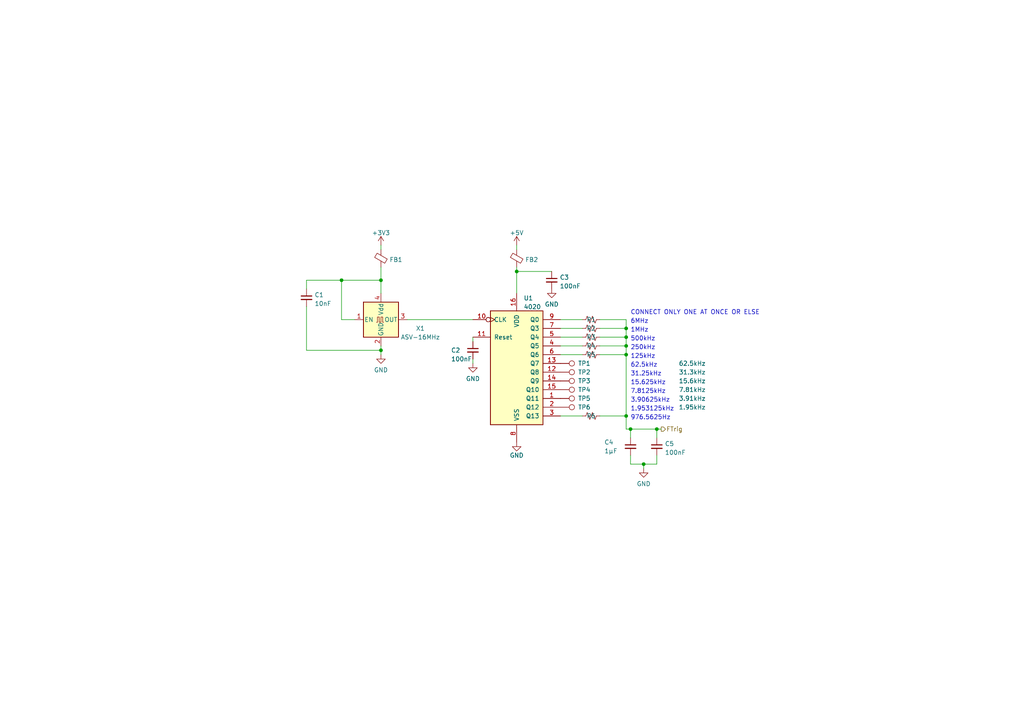
<source format=kicad_sch>
(kicad_sch (version 20211123) (generator eeschema)
  (paper "A4")
  (title_block (title "Peregrine - Fast Pulse Generator") (date "2022-05-29") (rev "5") (company "QuarterWave Engineering") (comment 1 "Days since last bite: 2") (comment 3 "(I don't bite. Usually. Don't be afraid to reach out.)") (comment 4 "[Designed with <3 in San Diego - Licensed under MIT License]"))
  (lib_symbols
    (symbol "4xxx:4020" (pin_names (offset 1.016))
      (property "Reference" "U" (at -7.62 16.51 0))
      (property "Value" "4020" (at -7.62 -19.05 0))
      (symbol "4020_1_0"
        (pin output line (at 12.7 -10.16 180) (length 5.08) (name "Q11") (number "1"))
        (pin input inverted_clock (at -12.7 12.7 0) (length 5.08) (name "CLK") (number "10"))
        (pin input line (at -12.7 7.62 0) (length 5.08) (name "Reset") (number "11"))
        (pin output line (at 12.7 -2.54 180) (length 5.08) (name "Q8") (number "12"))
        (pin output line (at 12.7 0 180) (length 5.08) (name "Q7") (number "13"))
        (pin output line (at 12.7 -5.08 180) (length 5.08) (name "Q9") (number "14"))
        (pin output line (at 12.7 -7.62 180) (length 5.08) (name "Q10") (number "15"))
        (pin power_in line (at 0 20.32 270) (length 5.08) (name "VDD") (number "16"))
        (pin output line (at 12.7 -12.7 180) (length 5.08) (name "Q12") (number "2"))
        (pin output line (at 12.7 -15.24 180) (length 5.08) (name "Q13") (number "3"))
        (pin output line (at 12.7 5.08 180) (length 5.08) (name "Q5") (number "4"))
        (pin output line (at 12.7 7.62 180) (length 5.08) (name "Q4") (number "5"))
        (pin output line (at 12.7 2.54 180) (length 5.08) (name "Q6") (number "6"))
        (pin output line (at 12.7 10.16 180) (length 5.08) (name "Q3") (number "7"))
        (pin power_in line (at 0 -22.86 90) (length 5.08) (name "VSS") (number "8"))
        (pin output line (at 12.7 12.7 180) (length 5.08) (name "Q0") (number "9"))
      )
      (symbol "4020_1_1"
        (rectangle (start -7.62 15.24) (end 7.62 -17.78) (stroke (width 0.254)) (fill (type background)))
      )
    )
    (symbol "Connector:TestPoint" (pin_numbers hide) (pin_names (offset 0.762) hide)
      (property "Reference" "TP" (at 0 6.858 0))
      (property "Value" "TestPoint" (at 0 5.08 0))
      (symbol "TestPoint_0_1"
        (circle (center 0 3.302) (radius 0.762))
      )
      (symbol "TestPoint_1_1"
        (pin passive line (at 0 0 90) (length 2.54) (name "1") (number "1"))
      )
    )
    (symbol "Device:C_Small" (pin_numbers hide) (pin_names (offset 0.254) hide)
      (property "Reference" "C" (at 0.254 1.778 0))
      (property "Value" "C_Small" (at 0.254 -2.032 0))
      (symbol "C_Small_0_1"
        (polyline (pts (xy -1.524 -0.508) (xy 1.524 -0.508)) (stroke (width 0.3302)))
        (polyline (pts (xy -1.524 0.508) (xy 1.524 0.508)) (stroke (width 0.3048)))
      )
      (symbol "C_Small_1_1"
        (pin passive line (at 0 2.54 270) (length 2.032) (name "~") (number "1"))
        (pin passive line (at 0 -2.54 90) (length 2.032) (name "~") (number "2"))
      )
    )
    (symbol "Device:FerriteBead_Small" (pin_numbers hide) (pin_names (offset 0))
      (property "Reference" "FB" (at 1.905 1.27 0))
      (property "Value" "FerriteBead_Small" (at 1.905 -1.27 0))
      (symbol "FerriteBead_Small_0_1"
        (polyline (pts (xy 0 -1.27) (xy 0 -0.7874)))
        (polyline (pts (xy 0 0.889) (xy 0 1.2954)))
        (polyline (pts (xy -1.8288 0.2794) (xy -1.1176 1.4986) (xy 1.8288 -0.2032) (xy 1.1176 -1.4224) (xy -1.8288 0.2794)))
      )
      (symbol "FerriteBead_Small_1_1"
        (pin passive line (at 0 2.54 270) (length 1.27) (name "~") (number "1"))
        (pin passive line (at 0 -2.54 90) (length 1.27) (name "~") (number "2"))
      )
    )
    (symbol "Device:R_Small_US" (pin_numbers hide) (pin_names (offset 0.254) hide)
      (property "Reference" "R" (at 0.762 0.508 0))
      (property "Value" "R_Small_US" (at 0.762 -1.016 0))
      (symbol "R_Small_US_1_1"
        (polyline (pts (xy 0 0) (xy 1.016 -0.381) (xy 0 -0.762) (xy -1.016 -1.143) (xy 0 -1.524)))
        (polyline (pts (xy 0 1.524) (xy 1.016 1.143) (xy 0 0.762) (xy -1.016 0.381) (xy 0 0)))
        (pin passive line (at 0 2.54 270) (length 1.016) (name "~") (number "1"))
        (pin passive line (at 0 -2.54 90) (length 1.016) (name "~") (number "2"))
      )
    )
    (symbol "Oscillator:ASV-xxxMHz" (pin_names (offset 0.254))
      (property "Reference" "X" (at -5.08 6.35 0))
      (property "Value" "ASV-xxxMHz" (at 1.27 -6.35 0))
      (symbol "ASV-xxxMHz_0_1"
        (rectangle (start -5.08 5.08) (end 5.08 -5.08) (stroke (width 0.254)) (fill (type background)))
        (polyline (pts (xy -1.27 -0.762) (xy -1.016 -0.762) (xy -1.016 0.762) (xy -0.508 0.762) (xy -0.508 -0.762) (xy 0 -0.762) (xy 0 0.762) (xy 0.508 0.762) (xy 0.508 -0.762) (xy 0.762 -0.762)))
      )
      (symbol "ASV-xxxMHz_1_1"
        (pin input line (at -7.62 0 0) (length 2.54) (name "EN") (number "1"))
        (pin power_in line (at 0 -7.62 90) (length 2.54) (name "GND") (number "2"))
        (pin output line (at 7.62 0 180) (length 2.54) (name "OUT") (number "3"))
        (pin power_in line (at 0 7.62 270) (length 2.54) (name "Vdd") (number "4"))
      )
    )
    (symbol "power:+3.3V" (power) (pin_names (offset 0))
      (property "Value" "+3.3V" (at 0 3.556 0))
      (symbol "+3.3V_0_1"
        (polyline (pts (xy -0.762 1.27) (xy 0 2.54)))
        (polyline (pts (xy 0 0) (xy 0 2.54)))
        (polyline (pts (xy 0 2.54) (xy 0.762 1.27)))
      )
      (symbol "+3.3V_1_1"
        (pin power_in line (at 0 0 90) (length 0) hide (name "+3V3") (number "1"))
      )
    )
    (symbol "power:+5V" (power) (pin_names (offset 0))
      (property "Value" "+5V" (at 0 3.556 0))
      (symbol "+5V_0_1"
        (polyline (pts (xy -0.762 1.27) (xy 0 2.54)))
        (polyline (pts (xy 0 0) (xy 0 2.54)))
        (polyline (pts (xy 0 2.54) (xy 0.762 1.27)))
      )
      (symbol "+5V_1_1"
        (pin power_in line (at 0 0 90) (length 0) hide (name "+5V") (number "1"))
      )
    )
    (symbol "power:GND" (power) (pin_names (offset 0))
      (property "Value" "GND" (at 0 -3.81 0))
      (symbol "GND_0_1"
        (polyline (pts (xy 0 0) (xy 0 -1.27) (xy 1.27 -1.27) (xy 0 -2.54) (xy -1.27 -1.27) (xy 0 -1.27)))
      )
      (symbol "GND_1_1"
        (pin power_in line (at 0 0 270) (length 0) hide (name "GND") (number "1"))
      )
    )
  )
  (junction (at 181.61 95.25))
  (junction (at 186.69 134.62))
  (junction (at 99.06 81.28))
  (junction (at 181.61 100.33))
  (junction (at 182.88 124.46))
  (junction (at 110.49 81.28))
  (junction (at 181.61 120.65))
  (junction (at 149.86 78.74))
  (junction (at 181.61 102.87))
  (junction (at 190.5 124.46))
  (junction (at 110.49 101.6))
  (junction (at 181.61 97.79))
  (wire (pts (xy 181.61 100.33) (xy 181.61 102.87)))
  (wire (pts (xy 168.91 97.79) (xy 162.56 97.79)))
  (wire (pts (xy 182.88 127) (xy 182.88 124.46)))
  (wire (pts (xy 99.06 81.28) (xy 110.49 81.28)))
  (wire (pts (xy 186.69 134.62) (xy 190.5 134.62)))
  (wire (pts (xy 182.88 134.62) (xy 186.69 134.62)))
  (wire (pts (xy 137.16 97.79) (xy 137.16 99.06)))
  (wire (pts (xy 168.91 120.65) (xy 162.56 120.65)))
  (wire (pts (xy 173.99 97.79) (xy 181.61 97.79)))
  (wire (pts (xy 181.61 124.46) (xy 181.61 120.65)))
  (wire (pts (xy 110.49 101.6) (xy 110.49 100.33)))
  (wire (pts (xy 110.49 81.28) (xy 110.49 85.09)))
  (wire (pts (xy 110.49 77.47) (xy 110.49 81.28)))
  (wire (pts (xy 181.61 97.79) (xy 181.61 100.33)))
  (wire (pts (xy 88.9 101.6) (xy 110.49 101.6)))
  (wire (pts (xy 182.88 134.62) (xy 182.88 132.08)))
  (wire (pts (xy 168.91 95.25) (xy 162.56 95.25)))
  (wire (pts (xy 102.87 92.71) (xy 99.06 92.71)))
  (wire (pts (xy 110.49 71.12) (xy 110.49 72.39)))
  (wire (pts (xy 173.99 102.87) (xy 181.61 102.87)))
  (wire (pts (xy 118.11 92.71) (xy 137.16 92.71)))
  (wire (pts (xy 88.9 81.28) (xy 88.9 83.82)))
  (wire (pts (xy 149.86 78.74) (xy 160.02 78.74)))
  (wire (pts (xy 190.5 124.46) (xy 191.77 124.46)))
  (wire (pts (xy 168.91 102.87) (xy 162.56 102.87)))
  (wire (pts (xy 149.86 71.12) (xy 149.86 72.39)))
  (wire (pts (xy 186.69 134.62) (xy 186.69 135.89)))
  (wire (pts (xy 190.5 124.46) (xy 190.5 127)))
  (wire (pts (xy 181.61 95.25) (xy 181.61 97.79)))
  (wire (pts (xy 173.99 95.25) (xy 181.61 95.25)))
  (wire (pts (xy 110.49 102.87) (xy 110.49 101.6)))
  (wire (pts (xy 149.86 78.74) (xy 149.86 85.09)))
  (wire (pts (xy 173.99 92.71) (xy 181.61 92.71)))
  (wire (pts (xy 182.88 124.46) (xy 181.61 124.46)))
  (wire (pts (xy 182.88 124.46) (xy 190.5 124.46)))
  (wire (pts (xy 99.06 92.71) (xy 99.06 81.28)))
  (wire (pts (xy 190.5 134.62) (xy 190.5 132.08)))
  (wire (pts (xy 181.61 92.71) (xy 181.61 95.25)))
  (wire (pts (xy 149.86 77.47) (xy 149.86 78.74)))
  (wire (pts (xy 168.91 92.71) (xy 162.56 92.71)))
  (wire (pts (xy 88.9 81.28) (xy 99.06 81.28)))
  (wire (pts (xy 168.91 100.33) (xy 162.56 100.33)))
  (wire (pts (xy 173.99 100.33) (xy 181.61 100.33)))
  (wire (pts (xy 137.16 104.14) (xy 137.16 105.41)))
  (wire (pts (xy 181.61 102.87) (xy 181.61 120.65)))
  (wire (pts (xy 88.9 88.9) (xy 88.9 101.6)))
  (wire (pts (xy 173.99 120.65) (xy 181.61 120.65)))
  (text "1.953125kHz" (at 182.88 119.38 0) (effects (font (size 1.27 1.27)) (justify left bottom)))
  (text "3.90625kHz" (at 182.88 116.84 0) (effects (font (size 1.27 1.27)) (justify left bottom)))
  (text "31.25kHz" (at 182.88 109.22 0) (effects (font (size 1.27 1.27)) (justify left bottom)))
  (text "500kHz" (at 182.88 99.06 0) (effects (font (size 1.27 1.27)) (justify left bottom)))
  (text "CONNECT ONLY ONE AT ONCE OR ELSE" (at 182.88 91.44 0) (effects (font (size 1.27 1.27)) (justify left bottom)))
  (text "250kHz" (at 182.88 101.6 0) (effects (font (size 1.27 1.27)) (justify left bottom)))
  (text "15.625kHz" (at 182.88 111.76 0) (effects (font (size 1.27 1.27)) (justify left bottom)))
  (text "976.5625Hz" (at 182.88 121.92 0) (effects (font (size 1.27 1.27)) (justify left bottom)))
  (text "125kHz" (at 182.88 104.14 0) (effects (font (size 1.27 1.27)) (justify left bottom)))
  (text "62.5kHz" (at 182.88 106.68 0) (effects (font (size 1.27 1.27)) (justify left bottom)))
  (text "7.8125kHz" (at 182.88 114.3 0) (effects (font (size 1.27 1.27)) (justify left bottom)))
  (text "6MHz" (at 182.88 93.98 0) (effects (font (size 1.27 1.27)) (justify left bottom)))
  (text "1MHz" (at 182.88 96.52 0) (effects (font (size 1.27 1.27)) (justify left bottom)))
  (hierarchical_label "FTrig" (shape output) (at 191.77 124.46 0))
  (symbol (lib_id "Device:C_Small") (at 190.5 129.54 0) (unit 1)
    (property "Reference" "C5" (at 192.8241 128.7116 0) (effects (justify left)))
    (property "Value" "100nF" (at 192.8241 131.2485 0) (effects (justify left)))
    (property "Footprint" "Capacitor_SMD:C_0603_1608Metric_Pad1.08x0.95mm_HandSolder" (effects hide))
  )
  (symbol (lib_id "power:GND") (at 160.02 83.82 0) (unit 1)
    (property "Reference" "#PWR010" (effects hide))
    (property "Value" "GND" (at 160.02 88.2634 0))
  )
  (symbol (lib_id "Oscillator:ASV-xxxMHz") (at 110.49 92.71 0) (unit 1)
    (property "Reference" "X1" (at 121.92 95.25 0))
    (property "Value" "ASV-16MHz" (at 121.92 97.79 0))
    (property "Footprint" "Oscillator:Oscillator_SMD_Abracon_ASV-4Pin_7.0x5.1mm" (effects hide))
    (property "Datasheet" "http://www.abracon.com/Oscillators/ASV.pdf" (effects hide))
  )
  (symbol (lib_id "Connector:TestPoint") (at 162.56 115.57 270) (unit 1)
    (property "Reference" "TP5" (at 167.64 115.57 90) (effects (justify left)))
    (property "Value" "3.91kHz" (at 196.85 115.57 90) (effects (justify left)))
    (property "Footprint" "TestPoint:TestPoint_Pad_D1.0mm" (effects hide))
  )
  (symbol (lib_id "Device:FerriteBead_Small") (at 110.49 74.93 0) (unit 1)
    (property "Reference" "FB1" (at 112.9538 75.3257 0) (effects (justify left)))
    (property "Value" "FerriteBead_Small" (effects hide))
    (property "Footprint" "Inductor_SMD:L_0603_1608Metric_Pad1.05x0.95mm_HandSolder" (effects hide))
  )
  (symbol (lib_id "Device:R_Small_US") (at 171.45 100.33 270) (unit 1)
    (property "Reference" "R4" (at 171.45 100.33 90))
    (property "Value" "0" (effects hide))
    (property "Footprint" "Resistor_SMD:R_0402_1005Metric_Pad0.72x0.64mm_HandSolder" (effects hide))
  )
  (symbol (lib_id "Connector:TestPoint") (at 162.56 105.41 270) (unit 1)
    (property "Reference" "TP1" (at 167.64 105.41 90) (effects (justify left)))
    (property "Value" "62.5kHz" (at 196.85 105.41 90) (effects (justify left)))
    (property "Footprint" "TestPoint:TestPoint_Pad_D1.0mm" (effects hide))
  )
  (symbol (lib_id "Device:C_Small") (at 137.16 101.6 0) (unit 1)
    (property "Reference" "C2" (at 130.81 101.6031 0) (effects (justify left)))
    (property "Value" "100nF" (at 130.81 104.14 0) (effects (justify left)))
    (property "Footprint" "Capacitor_SMD:C_0603_1608Metric_Pad1.08x0.95mm_HandSolder" (effects hide))
  )
  (symbol (lib_id "power:+5V") (at 149.86 71.12 0) (unit 1)
    (property "Reference" "#PWR08" (effects hide))
    (property "Value" "+5V" (at 149.86 67.5442 0))
  )
  (symbol (lib_id "Device:R_Small_US") (at 171.45 120.65 270) (unit 1)
    (property "Reference" "R6" (at 171.45 120.65 90))
    (property "Value" "0" (effects hide))
    (property "Footprint" "Resistor_SMD:R_0402_1005Metric_Pad0.72x0.64mm_HandSolder" (effects hide))
  )
  (symbol (lib_id "Connector:TestPoint") (at 162.56 107.95 270) (unit 1)
    (property "Reference" "TP2" (at 167.64 107.95 90) (effects (justify left)))
    (property "Value" "31.3kHz" (at 196.85 107.95 90) (effects (justify left)))
    (property "Footprint" "TestPoint:TestPoint_Pad_D1.0mm" (effects hide))
  )
  (symbol (lib_id "power:GND") (at 110.49 102.87 0) (unit 1)
    (property "Reference" "#PWR06" (effects hide))
    (property "Value" "GND" (at 110.49 107.3134 0))
  )
  (symbol (lib_id "4xxx:4020") (at 149.86 105.41 0) (unit 1)
    (property "Reference" "U1" (at 151.8794 86.4702 0) (effects (justify left)))
    (property "Value" "4020" (at 151.8794 89.0071 0) (effects (justify left)))
    (property "Footprint" "Package_SO:TSSOP-16_4.4x5mm_P0.65mm" (effects hide))
    (property "Datasheet" "http://www.intersil.com/content/dam/Intersil/documents/cd40/cd4020bms-24bms-40bms.pdf" (effects hide))
  )
  (symbol (lib_id "Device:R_Small_US") (at 171.45 95.25 270) (unit 1)
    (property "Reference" "R2" (at 171.45 95.25 90))
    (property "Value" "0" (effects hide))
    (property "Footprint" "Resistor_SMD:R_0402_1005Metric_Pad0.72x0.64mm_HandSolder" (effects hide))
  )
  (symbol (lib_id "Device:FerriteBead_Small") (at 149.86 74.93 0) (unit 1)
    (property "Reference" "FB2" (at 152.3238 75.3257 0) (effects (justify left)))
    (property "Value" "FerriteBead_Small" (effects hide))
    (property "Footprint" "Inductor_SMD:L_0603_1608Metric_Pad1.05x0.95mm_HandSolder" (effects hide))
  )
  (symbol (lib_id "Device:R_Small_US") (at 171.45 97.79 270) (unit 1)
    (property "Reference" "R3" (at 171.45 97.79 90))
    (property "Value" "0" (effects hide))
    (property "Footprint" "Resistor_SMD:R_0402_1005Metric_Pad0.72x0.64mm_HandSolder" (effects hide))
  )
  (symbol (lib_id "Device:C_Small") (at 182.88 129.54 0) (unit 1)
    (property "Reference" "C4" (at 175.26 128.27 0) (effects (justify left)))
    (property "Value" "1μF" (at 175.26 130.81 0) (effects (justify left)))
    (property "Footprint" "Capacitor_SMD:C_0603_1608Metric_Pad1.08x0.95mm_HandSolder" (effects hide))
  )
  (symbol (lib_id "Connector:TestPoint") (at 162.56 118.11 270) (unit 1)
    (property "Reference" "TP6" (at 167.64 118.11 90) (effects (justify left)))
    (property "Value" "1.95kHz" (at 196.85 118.11 90) (effects (justify left)))
    (property "Footprint" "TestPoint:TestPoint_Pad_D1.0mm" (effects hide))
  )
  (symbol (lib_id "Device:C_Small") (at 160.02 81.28 0) (unit 1)
    (property "Reference" "C3" (at 162.3441 80.4516 0) (effects (justify left)))
    (property "Value" "100nF" (at 162.3441 82.9885 0) (effects (justify left)))
    (property "Footprint" "Capacitor_SMD:C_0603_1608Metric_Pad1.08x0.95mm_HandSolder" (effects hide))
  )
  (symbol (lib_id "Connector:TestPoint") (at 162.56 110.49 270) (unit 1)
    (property "Reference" "TP3" (at 167.64 110.49 90) (effects (justify left)))
    (property "Value" "15.6kHz" (at 196.85 110.49 90) (effects (justify left)))
    (property "Footprint" "TestPoint:TestPoint_Pad_D1.0mm" (effects hide))
  )
  (symbol (lib_id "power:GND") (at 149.86 128.27 0) (unit 1)
    (property "Reference" "#PWR09" (effects hide))
    (property "Value" "GND" (at 149.86 132.08 0))
  )
  (symbol (lib_id "Device:R_Small_US") (at 171.45 102.87 270) (unit 1)
    (property "Reference" "R5" (at 171.45 102.87 90))
    (property "Value" "0" (effects hide))
    (property "Footprint" "Resistor_SMD:R_0402_1005Metric_Pad0.72x0.64mm_HandSolder" (effects hide))
  )
  (symbol (lib_id "power:GND") (at 137.16 105.41 0) (unit 1)
    (property "Reference" "#PWR07" (effects hide))
    (property "Value" "GND" (at 137.16 109.8534 0))
  )
  (symbol (lib_id "Connector:TestPoint") (at 162.56 113.03 270) (unit 1)
    (property "Reference" "TP4" (at 167.64 113.03 90) (effects (justify left)))
    (property "Value" "7.81kHz" (at 196.85 113.03 90) (effects (justify left)))
    (property "Footprint" "TestPoint:TestPoint_Pad_D1.0mm" (effects hide))
  )
  (symbol (lib_id "Device:C_Small") (at 88.9 86.36 0) (unit 1)
    (property "Reference" "C1" (at 91.2241 85.5316 0) (effects (justify left)))
    (property "Value" "10nF" (at 91.2241 88.0685 0) (effects (justify left)))
    (property "Footprint" "Capacitor_SMD:C_0603_1608Metric_Pad1.08x0.95mm_HandSolder" (effects hide))
  )
  (symbol (lib_id "power:GND") (at 186.69 135.89 0) (unit 1)
    (property "Reference" "#PWR011" (effects hide))
    (property "Value" "GND" (at 186.69 140.3334 0))
  )
  (symbol (lib_id "Device:R_Small_US") (at 171.45 92.71 270) (unit 1)
    (property "Reference" "R1" (at 171.45 92.71 90))
    (property "Value" "0" (effects hide))
    (property "Footprint" "Resistor_SMD:R_0402_1005Metric_Pad0.72x0.64mm_HandSolder" (effects hide))
  )
  (symbol (lib_id "power:+3.3V") (at 110.49 71.12 0) (unit 1)
    (property "Reference" "#PWR05" (effects hide))
    (property "Value" "+3.3V" (at 110.49 67.5442 0))
  )
)
</source>
